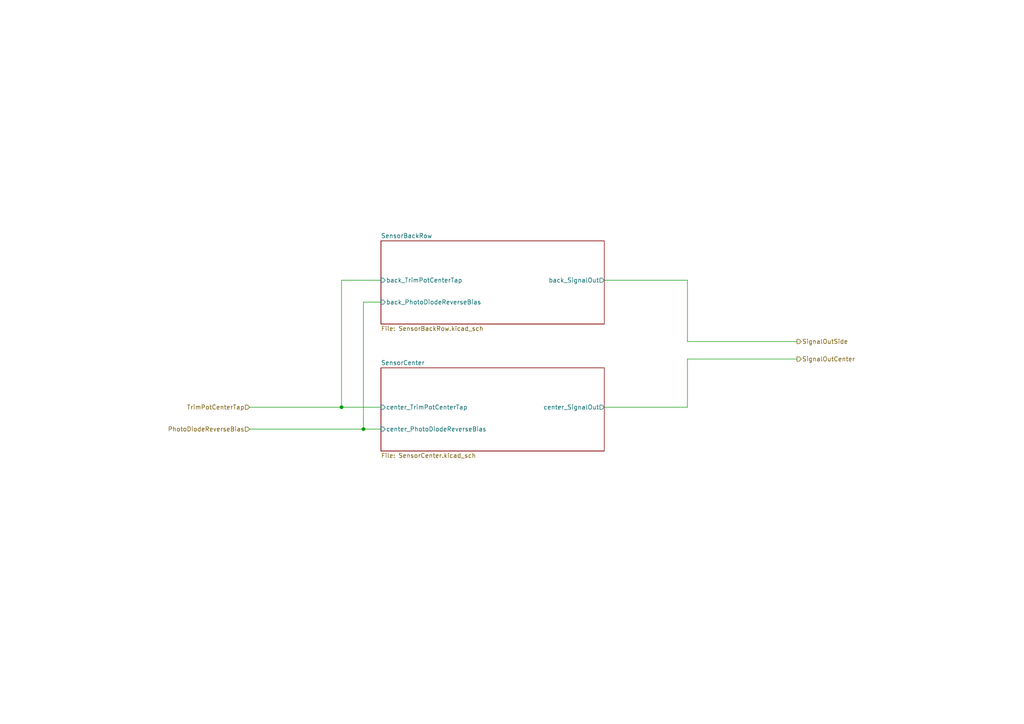
<source format=kicad_sch>
(kicad_sch (version 20230121) (generator eeschema)

  (uuid 82e5e130-1f82-4269-9ccb-8c7c7bdd301c)

  (paper "A4")

  (title_block
    (title "ElectronicBLETarget")
    (date "2024-02-03")
    (rev "1")
  )

  (lib_symbols
  )

  (junction (at 99.06 118.11) (diameter 0) (color 0 0 0 0)
    (uuid 0ac03017-3910-4c4e-8e03-f0db12778134)
  )
  (junction (at 105.41 124.46) (diameter 0) (color 0 0 0 0)
    (uuid fbc942f2-e3d8-4388-bb23-53c714ad2043)
  )

  (wire (pts (xy 199.39 81.28) (xy 199.39 99.06))
    (stroke (width 0) (type default))
    (uuid 05aa94e3-f7ee-44ff-a39f-b650e9590132)
  )
  (wire (pts (xy 199.39 99.06) (xy 231.14 99.06))
    (stroke (width 0) (type default))
    (uuid 2144b5e6-af81-416d-b65e-8d4079fec2e0)
  )
  (wire (pts (xy 105.41 124.46) (xy 110.49 124.46))
    (stroke (width 0) (type default))
    (uuid 280bf36a-4b46-4ad0-8602-3ac093476454)
  )
  (wire (pts (xy 105.41 87.63) (xy 105.41 124.46))
    (stroke (width 0) (type default))
    (uuid 52209b59-26fc-4ddb-a194-c5a80105bdc3)
  )
  (wire (pts (xy 99.06 118.11) (xy 72.39 118.11))
    (stroke (width 0) (type default))
    (uuid b5092042-057b-42d6-8170-0166f78c0448)
  )
  (wire (pts (xy 199.39 104.14) (xy 231.14 104.14))
    (stroke (width 0) (type default))
    (uuid b8ea6104-1d52-4f1c-a4af-66dc880c75af)
  )
  (wire (pts (xy 110.49 81.28) (xy 99.06 81.28))
    (stroke (width 0) (type default))
    (uuid bb40b6ce-8962-46c7-9158-73c1e0f64c5e)
  )
  (wire (pts (xy 175.26 118.11) (xy 199.39 118.11))
    (stroke (width 0) (type default))
    (uuid c0fa02d5-517b-4824-b224-0a1ae37226e7)
  )
  (wire (pts (xy 110.49 87.63) (xy 105.41 87.63))
    (stroke (width 0) (type default))
    (uuid c3580140-6cd2-4bb2-8e31-183f01acfe5b)
  )
  (wire (pts (xy 99.06 118.11) (xy 110.49 118.11))
    (stroke (width 0) (type default))
    (uuid c8a50c77-1e64-4bea-a26d-62c6f3e9961c)
  )
  (wire (pts (xy 99.06 81.28) (xy 99.06 118.11))
    (stroke (width 0) (type default))
    (uuid cfcac579-9190-41ef-a7cb-dd4593b5b663)
  )
  (wire (pts (xy 199.39 118.11) (xy 199.39 104.14))
    (stroke (width 0) (type default))
    (uuid db547fa0-b219-4f77-a9b2-90e5ca45b45e)
  )
  (wire (pts (xy 72.39 124.46) (xy 105.41 124.46))
    (stroke (width 0) (type default))
    (uuid e06a1ce4-3b12-4918-92f1-749681587422)
  )
  (wire (pts (xy 175.26 81.28) (xy 199.39 81.28))
    (stroke (width 0) (type default))
    (uuid e17b6357-e9b0-44fe-bbd8-b91874984223)
  )

  (hierarchical_label "SignalOutCenter" (shape output) (at 231.14 104.14 0) (fields_autoplaced)
    (effects (font (size 1.27 1.27)) (justify left))
    (uuid 4500e12e-39f6-4252-b09c-0e2f38b70825)
  )
  (hierarchical_label "SignalOutSide" (shape output) (at 231.14 99.06 0) (fields_autoplaced)
    (effects (font (size 1.27 1.27)) (justify left))
    (uuid d95317da-6366-4c59-b319-9eb121b4d476)
  )
  (hierarchical_label "PhotoDiodeReverseBias" (shape input) (at 72.39 124.46 180) (fields_autoplaced)
    (effects (font (size 1.27 1.27)) (justify right))
    (uuid e94616a5-cf41-42d7-91a1-80dbd23cda1d)
  )
  (hierarchical_label "TrimPotCenterTap" (shape input) (at 72.39 118.11 180) (fields_autoplaced)
    (effects (font (size 1.27 1.27)) (justify right))
    (uuid fe6c9397-3ce0-4e62-8db7-42007958660d)
  )

  (sheet (at 110.49 69.85) (size 64.77 24.13) (fields_autoplaced)
    (stroke (width 0.1524) (type solid))
    (fill (color 0 0 0 0.0000))
    (uuid 77200347-c75b-4307-adc3-94753d28313f)
    (property "Sheetname" "SensorBackRow" (at 110.49 69.1384 0)
      (effects (font (size 1.27 1.27)) (justify left bottom))
    )
    (property "Sheetfile" "SensorBackRow.kicad_sch" (at 110.49 94.5646 0)
      (effects (font (size 1.27 1.27)) (justify left top))
    )
    (pin "back_PhotoDiodeReverseBias" input (at 110.49 87.63 180)
      (effects (font (size 1.27 1.27)) (justify left))
      (uuid 190af2a9-57c8-42ee-a33c-909f443aa948)
    )
    (pin "back_TrimPotCenterTap" input (at 110.49 81.28 180)
      (effects (font (size 1.27 1.27)) (justify left))
      (uuid 3a27ee37-4abc-47a2-aaa1-1a26665048b0)
    )
    (pin "back_SignalOut" output (at 175.26 81.28 0)
      (effects (font (size 1.27 1.27)) (justify right))
      (uuid 174314f5-ae03-479a-a061-018cf0ec6023)
    )
    (instances
      (project "ElectronicBLETarget"
        (path "/e65ca263-7357-4fa8-aaf0-4e1b74459457/5c1d82f3-496f-4676-ae07-761e9a21cefb" (page "14"))
      )
    )
  )

  (sheet (at 110.49 106.68) (size 64.77 24.13) (fields_autoplaced)
    (stroke (width 0.1524) (type solid))
    (fill (color 0 0 0 0.0000))
    (uuid 8aafd11b-698d-4da6-98db-bb230ff67977)
    (property "Sheetname" "SensorCenter" (at 110.49 105.9684 0)
      (effects (font (size 1.27 1.27)) (justify left bottom))
    )
    (property "Sheetfile" "SensorCenter.kicad_sch" (at 110.49 131.3946 0)
      (effects (font (size 1.27 1.27)) (justify left top))
    )
    (pin "center_SignalOut" output (at 175.26 118.11 0)
      (effects (font (size 1.27 1.27)) (justify right))
      (uuid 0ad35228-117f-4ae3-a727-c5ec13a8a006)
    )
    (pin "center_TrimPotCenterTap" input (at 110.49 118.11 180)
      (effects (font (size 1.27 1.27)) (justify left))
      (uuid 2d2750af-f26a-4845-811d-2f32e3af5264)
    )
    (pin "center_PhotoDiodeReverseBias" input (at 110.49 124.46 180)
      (effects (font (size 1.27 1.27)) (justify left))
      (uuid 85ef5644-14ba-4e60-93b4-bc3b7cf4d0f7)
    )
    (instances
      (project "ElectronicBLETarget"
        (path "/e65ca263-7357-4fa8-aaf0-4e1b74459457/5c1d82f3-496f-4676-ae07-761e9a21cefb" (page "15"))
      )
    )
  )
)

</source>
